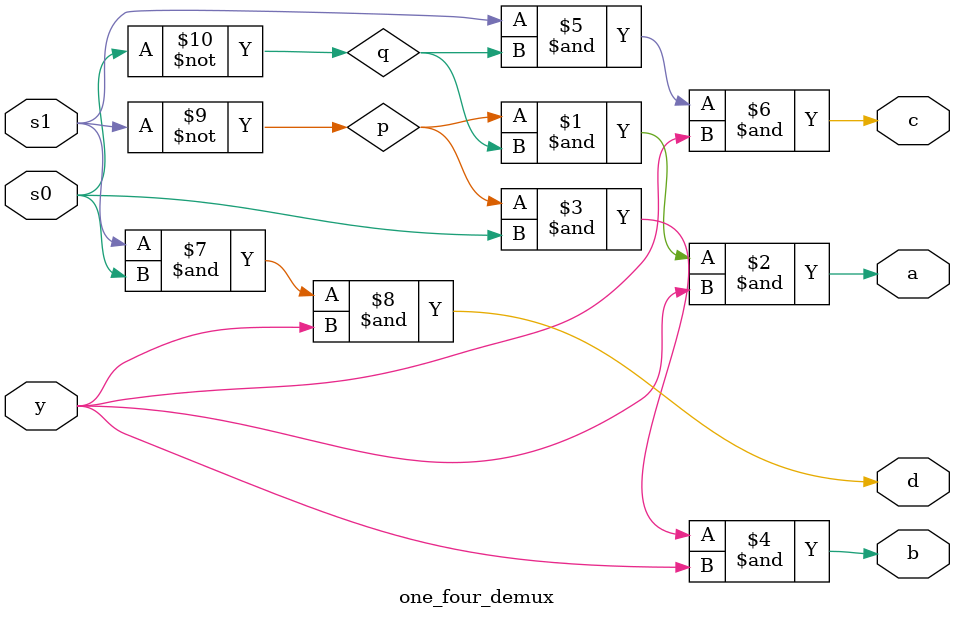
<source format=v>
`timescale 1ns / 1ps
module one_four_demux(
    input s0,
    input s1,
    input y,
    output a,
    output b,
    output c,
    output d
    );
wire p,q;
not(p,s1);
not(q,s0);
and(a,p,q,y);
and(b,p,s0,y);
and(c,s1,q,y);
and(d,s1,s0,y);

endmodule

</source>
